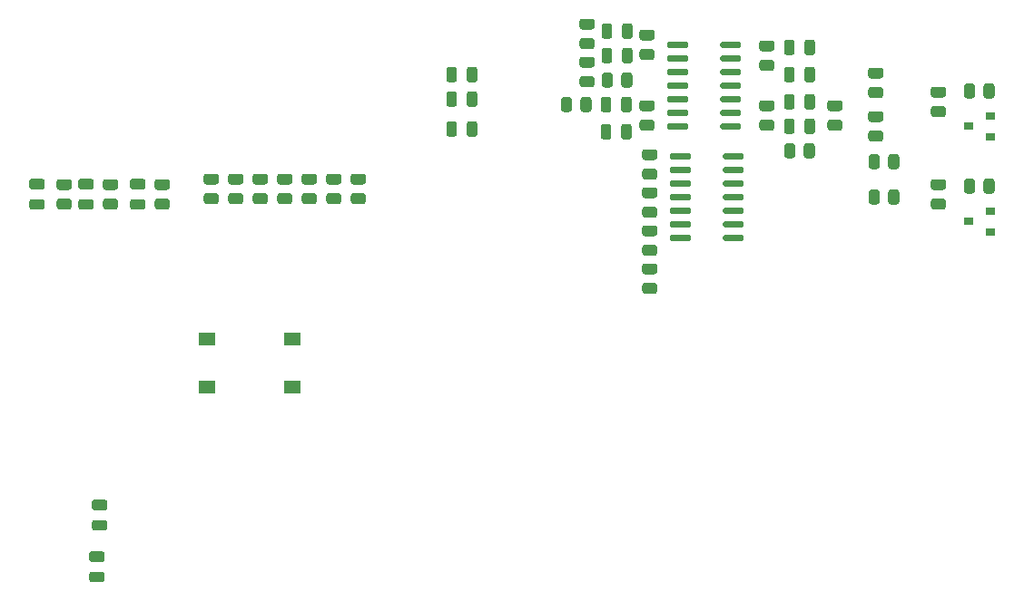
<source format=gbr>
%TF.GenerationSoftware,KiCad,Pcbnew,(5.1.9)-1*%
%TF.CreationDate,2021-09-01T12:14:14+02:00*%
%TF.ProjectId,scheda recinzione,73636865-6461-4207-9265-63696e7a696f,rev?*%
%TF.SameCoordinates,Original*%
%TF.FileFunction,Paste,Top*%
%TF.FilePolarity,Positive*%
%FSLAX46Y46*%
G04 Gerber Fmt 4.6, Leading zero omitted, Abs format (unit mm)*
G04 Created by KiCad (PCBNEW (5.1.9)-1) date 2021-09-01 12:14:14*
%MOMM*%
%LPD*%
G01*
G04 APERTURE LIST*
%ADD10R,1.550000X1.300000*%
%ADD11R,0.900000X0.800000*%
G04 APERTURE END LIST*
D10*
%TO.C,SW2*%
X202781000Y-117892000D03*
X202781000Y-122392000D03*
X210731000Y-122392000D03*
X210731000Y-117892000D03*
%TD*%
D11*
%TO.C,Q2*%
X273828000Y-98044000D03*
X275828000Y-97094000D03*
X275828000Y-98994000D03*
%TD*%
%TO.C,Q1*%
X273828000Y-106934000D03*
X275828000Y-105984000D03*
X275828000Y-107884000D03*
%TD*%
%TO.C,U3*%
G36*
G01*
X250928000Y-100988000D02*
X250928000Y-100688000D01*
G75*
G02*
X251078000Y-100538000I150000J0D01*
G01*
X252728000Y-100538000D01*
G75*
G02*
X252878000Y-100688000I0J-150000D01*
G01*
X252878000Y-100988000D01*
G75*
G02*
X252728000Y-101138000I-150000J0D01*
G01*
X251078000Y-101138000D01*
G75*
G02*
X250928000Y-100988000I0J150000D01*
G01*
G37*
G36*
G01*
X250928000Y-102258000D02*
X250928000Y-101958000D01*
G75*
G02*
X251078000Y-101808000I150000J0D01*
G01*
X252728000Y-101808000D01*
G75*
G02*
X252878000Y-101958000I0J-150000D01*
G01*
X252878000Y-102258000D01*
G75*
G02*
X252728000Y-102408000I-150000J0D01*
G01*
X251078000Y-102408000D01*
G75*
G02*
X250928000Y-102258000I0J150000D01*
G01*
G37*
G36*
G01*
X250928000Y-103528000D02*
X250928000Y-103228000D01*
G75*
G02*
X251078000Y-103078000I150000J0D01*
G01*
X252728000Y-103078000D01*
G75*
G02*
X252878000Y-103228000I0J-150000D01*
G01*
X252878000Y-103528000D01*
G75*
G02*
X252728000Y-103678000I-150000J0D01*
G01*
X251078000Y-103678000D01*
G75*
G02*
X250928000Y-103528000I0J150000D01*
G01*
G37*
G36*
G01*
X250928000Y-104798000D02*
X250928000Y-104498000D01*
G75*
G02*
X251078000Y-104348000I150000J0D01*
G01*
X252728000Y-104348000D01*
G75*
G02*
X252878000Y-104498000I0J-150000D01*
G01*
X252878000Y-104798000D01*
G75*
G02*
X252728000Y-104948000I-150000J0D01*
G01*
X251078000Y-104948000D01*
G75*
G02*
X250928000Y-104798000I0J150000D01*
G01*
G37*
G36*
G01*
X250928000Y-106068000D02*
X250928000Y-105768000D01*
G75*
G02*
X251078000Y-105618000I150000J0D01*
G01*
X252728000Y-105618000D01*
G75*
G02*
X252878000Y-105768000I0J-150000D01*
G01*
X252878000Y-106068000D01*
G75*
G02*
X252728000Y-106218000I-150000J0D01*
G01*
X251078000Y-106218000D01*
G75*
G02*
X250928000Y-106068000I0J150000D01*
G01*
G37*
G36*
G01*
X250928000Y-107338000D02*
X250928000Y-107038000D01*
G75*
G02*
X251078000Y-106888000I150000J0D01*
G01*
X252728000Y-106888000D01*
G75*
G02*
X252878000Y-107038000I0J-150000D01*
G01*
X252878000Y-107338000D01*
G75*
G02*
X252728000Y-107488000I-150000J0D01*
G01*
X251078000Y-107488000D01*
G75*
G02*
X250928000Y-107338000I0J150000D01*
G01*
G37*
G36*
G01*
X250928000Y-108608000D02*
X250928000Y-108308000D01*
G75*
G02*
X251078000Y-108158000I150000J0D01*
G01*
X252728000Y-108158000D01*
G75*
G02*
X252878000Y-108308000I0J-150000D01*
G01*
X252878000Y-108608000D01*
G75*
G02*
X252728000Y-108758000I-150000J0D01*
G01*
X251078000Y-108758000D01*
G75*
G02*
X250928000Y-108608000I0J150000D01*
G01*
G37*
G36*
G01*
X245978000Y-108608000D02*
X245978000Y-108308000D01*
G75*
G02*
X246128000Y-108158000I150000J0D01*
G01*
X247778000Y-108158000D01*
G75*
G02*
X247928000Y-108308000I0J-150000D01*
G01*
X247928000Y-108608000D01*
G75*
G02*
X247778000Y-108758000I-150000J0D01*
G01*
X246128000Y-108758000D01*
G75*
G02*
X245978000Y-108608000I0J150000D01*
G01*
G37*
G36*
G01*
X245978000Y-107338000D02*
X245978000Y-107038000D01*
G75*
G02*
X246128000Y-106888000I150000J0D01*
G01*
X247778000Y-106888000D01*
G75*
G02*
X247928000Y-107038000I0J-150000D01*
G01*
X247928000Y-107338000D01*
G75*
G02*
X247778000Y-107488000I-150000J0D01*
G01*
X246128000Y-107488000D01*
G75*
G02*
X245978000Y-107338000I0J150000D01*
G01*
G37*
G36*
G01*
X245978000Y-106068000D02*
X245978000Y-105768000D01*
G75*
G02*
X246128000Y-105618000I150000J0D01*
G01*
X247778000Y-105618000D01*
G75*
G02*
X247928000Y-105768000I0J-150000D01*
G01*
X247928000Y-106068000D01*
G75*
G02*
X247778000Y-106218000I-150000J0D01*
G01*
X246128000Y-106218000D01*
G75*
G02*
X245978000Y-106068000I0J150000D01*
G01*
G37*
G36*
G01*
X245978000Y-104798000D02*
X245978000Y-104498000D01*
G75*
G02*
X246128000Y-104348000I150000J0D01*
G01*
X247778000Y-104348000D01*
G75*
G02*
X247928000Y-104498000I0J-150000D01*
G01*
X247928000Y-104798000D01*
G75*
G02*
X247778000Y-104948000I-150000J0D01*
G01*
X246128000Y-104948000D01*
G75*
G02*
X245978000Y-104798000I0J150000D01*
G01*
G37*
G36*
G01*
X245978000Y-103528000D02*
X245978000Y-103228000D01*
G75*
G02*
X246128000Y-103078000I150000J0D01*
G01*
X247778000Y-103078000D01*
G75*
G02*
X247928000Y-103228000I0J-150000D01*
G01*
X247928000Y-103528000D01*
G75*
G02*
X247778000Y-103678000I-150000J0D01*
G01*
X246128000Y-103678000D01*
G75*
G02*
X245978000Y-103528000I0J150000D01*
G01*
G37*
G36*
G01*
X245978000Y-102258000D02*
X245978000Y-101958000D01*
G75*
G02*
X246128000Y-101808000I150000J0D01*
G01*
X247778000Y-101808000D01*
G75*
G02*
X247928000Y-101958000I0J-150000D01*
G01*
X247928000Y-102258000D01*
G75*
G02*
X247778000Y-102408000I-150000J0D01*
G01*
X246128000Y-102408000D01*
G75*
G02*
X245978000Y-102258000I0J150000D01*
G01*
G37*
G36*
G01*
X245978000Y-100988000D02*
X245978000Y-100688000D01*
G75*
G02*
X246128000Y-100538000I150000J0D01*
G01*
X247778000Y-100538000D01*
G75*
G02*
X247928000Y-100688000I0J-150000D01*
G01*
X247928000Y-100988000D01*
G75*
G02*
X247778000Y-101138000I-150000J0D01*
G01*
X246128000Y-101138000D01*
G75*
G02*
X245978000Y-100988000I0J150000D01*
G01*
G37*
%TD*%
%TO.C,U2*%
G36*
G01*
X250674000Y-90574000D02*
X250674000Y-90274000D01*
G75*
G02*
X250824000Y-90124000I150000J0D01*
G01*
X252474000Y-90124000D01*
G75*
G02*
X252624000Y-90274000I0J-150000D01*
G01*
X252624000Y-90574000D01*
G75*
G02*
X252474000Y-90724000I-150000J0D01*
G01*
X250824000Y-90724000D01*
G75*
G02*
X250674000Y-90574000I0J150000D01*
G01*
G37*
G36*
G01*
X250674000Y-91844000D02*
X250674000Y-91544000D01*
G75*
G02*
X250824000Y-91394000I150000J0D01*
G01*
X252474000Y-91394000D01*
G75*
G02*
X252624000Y-91544000I0J-150000D01*
G01*
X252624000Y-91844000D01*
G75*
G02*
X252474000Y-91994000I-150000J0D01*
G01*
X250824000Y-91994000D01*
G75*
G02*
X250674000Y-91844000I0J150000D01*
G01*
G37*
G36*
G01*
X250674000Y-93114000D02*
X250674000Y-92814000D01*
G75*
G02*
X250824000Y-92664000I150000J0D01*
G01*
X252474000Y-92664000D01*
G75*
G02*
X252624000Y-92814000I0J-150000D01*
G01*
X252624000Y-93114000D01*
G75*
G02*
X252474000Y-93264000I-150000J0D01*
G01*
X250824000Y-93264000D01*
G75*
G02*
X250674000Y-93114000I0J150000D01*
G01*
G37*
G36*
G01*
X250674000Y-94384000D02*
X250674000Y-94084000D01*
G75*
G02*
X250824000Y-93934000I150000J0D01*
G01*
X252474000Y-93934000D01*
G75*
G02*
X252624000Y-94084000I0J-150000D01*
G01*
X252624000Y-94384000D01*
G75*
G02*
X252474000Y-94534000I-150000J0D01*
G01*
X250824000Y-94534000D01*
G75*
G02*
X250674000Y-94384000I0J150000D01*
G01*
G37*
G36*
G01*
X250674000Y-95654000D02*
X250674000Y-95354000D01*
G75*
G02*
X250824000Y-95204000I150000J0D01*
G01*
X252474000Y-95204000D01*
G75*
G02*
X252624000Y-95354000I0J-150000D01*
G01*
X252624000Y-95654000D01*
G75*
G02*
X252474000Y-95804000I-150000J0D01*
G01*
X250824000Y-95804000D01*
G75*
G02*
X250674000Y-95654000I0J150000D01*
G01*
G37*
G36*
G01*
X250674000Y-96924000D02*
X250674000Y-96624000D01*
G75*
G02*
X250824000Y-96474000I150000J0D01*
G01*
X252474000Y-96474000D01*
G75*
G02*
X252624000Y-96624000I0J-150000D01*
G01*
X252624000Y-96924000D01*
G75*
G02*
X252474000Y-97074000I-150000J0D01*
G01*
X250824000Y-97074000D01*
G75*
G02*
X250674000Y-96924000I0J150000D01*
G01*
G37*
G36*
G01*
X250674000Y-98194000D02*
X250674000Y-97894000D01*
G75*
G02*
X250824000Y-97744000I150000J0D01*
G01*
X252474000Y-97744000D01*
G75*
G02*
X252624000Y-97894000I0J-150000D01*
G01*
X252624000Y-98194000D01*
G75*
G02*
X252474000Y-98344000I-150000J0D01*
G01*
X250824000Y-98344000D01*
G75*
G02*
X250674000Y-98194000I0J150000D01*
G01*
G37*
G36*
G01*
X245724000Y-98194000D02*
X245724000Y-97894000D01*
G75*
G02*
X245874000Y-97744000I150000J0D01*
G01*
X247524000Y-97744000D01*
G75*
G02*
X247674000Y-97894000I0J-150000D01*
G01*
X247674000Y-98194000D01*
G75*
G02*
X247524000Y-98344000I-150000J0D01*
G01*
X245874000Y-98344000D01*
G75*
G02*
X245724000Y-98194000I0J150000D01*
G01*
G37*
G36*
G01*
X245724000Y-96924000D02*
X245724000Y-96624000D01*
G75*
G02*
X245874000Y-96474000I150000J0D01*
G01*
X247524000Y-96474000D01*
G75*
G02*
X247674000Y-96624000I0J-150000D01*
G01*
X247674000Y-96924000D01*
G75*
G02*
X247524000Y-97074000I-150000J0D01*
G01*
X245874000Y-97074000D01*
G75*
G02*
X245724000Y-96924000I0J150000D01*
G01*
G37*
G36*
G01*
X245724000Y-95654000D02*
X245724000Y-95354000D01*
G75*
G02*
X245874000Y-95204000I150000J0D01*
G01*
X247524000Y-95204000D01*
G75*
G02*
X247674000Y-95354000I0J-150000D01*
G01*
X247674000Y-95654000D01*
G75*
G02*
X247524000Y-95804000I-150000J0D01*
G01*
X245874000Y-95804000D01*
G75*
G02*
X245724000Y-95654000I0J150000D01*
G01*
G37*
G36*
G01*
X245724000Y-94384000D02*
X245724000Y-94084000D01*
G75*
G02*
X245874000Y-93934000I150000J0D01*
G01*
X247524000Y-93934000D01*
G75*
G02*
X247674000Y-94084000I0J-150000D01*
G01*
X247674000Y-94384000D01*
G75*
G02*
X247524000Y-94534000I-150000J0D01*
G01*
X245874000Y-94534000D01*
G75*
G02*
X245724000Y-94384000I0J150000D01*
G01*
G37*
G36*
G01*
X245724000Y-93114000D02*
X245724000Y-92814000D01*
G75*
G02*
X245874000Y-92664000I150000J0D01*
G01*
X247524000Y-92664000D01*
G75*
G02*
X247674000Y-92814000I0J-150000D01*
G01*
X247674000Y-93114000D01*
G75*
G02*
X247524000Y-93264000I-150000J0D01*
G01*
X245874000Y-93264000D01*
G75*
G02*
X245724000Y-93114000I0J150000D01*
G01*
G37*
G36*
G01*
X245724000Y-91844000D02*
X245724000Y-91544000D01*
G75*
G02*
X245874000Y-91394000I150000J0D01*
G01*
X247524000Y-91394000D01*
G75*
G02*
X247674000Y-91544000I0J-150000D01*
G01*
X247674000Y-91844000D01*
G75*
G02*
X247524000Y-91994000I-150000J0D01*
G01*
X245874000Y-91994000D01*
G75*
G02*
X245724000Y-91844000I0J150000D01*
G01*
G37*
G36*
G01*
X245724000Y-90574000D02*
X245724000Y-90274000D01*
G75*
G02*
X245874000Y-90124000I150000J0D01*
G01*
X247524000Y-90124000D01*
G75*
G02*
X247674000Y-90274000I0J-150000D01*
G01*
X247674000Y-90574000D01*
G75*
G02*
X247524000Y-90724000I-150000J0D01*
G01*
X245874000Y-90724000D01*
G75*
G02*
X245724000Y-90574000I0J150000D01*
G01*
G37*
%TD*%
%TO.C,R33*%
G36*
G01*
X244544001Y-111868000D02*
X243643999Y-111868000D01*
G75*
G02*
X243394000Y-111618001I0J249999D01*
G01*
X243394000Y-111092999D01*
G75*
G02*
X243643999Y-110843000I249999J0D01*
G01*
X244544001Y-110843000D01*
G75*
G02*
X244794000Y-111092999I0J-249999D01*
G01*
X244794000Y-111618001D01*
G75*
G02*
X244544001Y-111868000I-249999J0D01*
G01*
G37*
G36*
G01*
X244544001Y-113693000D02*
X243643999Y-113693000D01*
G75*
G02*
X243394000Y-113443001I0J249999D01*
G01*
X243394000Y-112917999D01*
G75*
G02*
X243643999Y-112668000I249999J0D01*
G01*
X244544001Y-112668000D01*
G75*
G02*
X244794000Y-112917999I0J-249999D01*
G01*
X244794000Y-113443001D01*
G75*
G02*
X244544001Y-113693000I-249999J0D01*
G01*
G37*
%TD*%
%TO.C,R32*%
G36*
G01*
X243643999Y-105556000D02*
X244544001Y-105556000D01*
G75*
G02*
X244794000Y-105805999I0J-249999D01*
G01*
X244794000Y-106331001D01*
G75*
G02*
X244544001Y-106581000I-249999J0D01*
G01*
X243643999Y-106581000D01*
G75*
G02*
X243394000Y-106331001I0J249999D01*
G01*
X243394000Y-105805999D01*
G75*
G02*
X243643999Y-105556000I249999J0D01*
G01*
G37*
G36*
G01*
X243643999Y-103731000D02*
X244544001Y-103731000D01*
G75*
G02*
X244794000Y-103980999I0J-249999D01*
G01*
X244794000Y-104506001D01*
G75*
G02*
X244544001Y-104756000I-249999J0D01*
G01*
X243643999Y-104756000D01*
G75*
G02*
X243394000Y-104506001I0J249999D01*
G01*
X243394000Y-103980999D01*
G75*
G02*
X243643999Y-103731000I249999J0D01*
G01*
G37*
%TD*%
%TO.C,R31*%
G36*
G01*
X244544001Y-108312000D02*
X243643999Y-108312000D01*
G75*
G02*
X243394000Y-108062001I0J249999D01*
G01*
X243394000Y-107536999D01*
G75*
G02*
X243643999Y-107287000I249999J0D01*
G01*
X244544001Y-107287000D01*
G75*
G02*
X244794000Y-107536999I0J-249999D01*
G01*
X244794000Y-108062001D01*
G75*
G02*
X244544001Y-108312000I-249999J0D01*
G01*
G37*
G36*
G01*
X244544001Y-110137000D02*
X243643999Y-110137000D01*
G75*
G02*
X243394000Y-109887001I0J249999D01*
G01*
X243394000Y-109361999D01*
G75*
G02*
X243643999Y-109112000I249999J0D01*
G01*
X244544001Y-109112000D01*
G75*
G02*
X244794000Y-109361999I0J-249999D01*
G01*
X244794000Y-109887001D01*
G75*
G02*
X244544001Y-110137000I-249999J0D01*
G01*
G37*
%TD*%
%TO.C,R30*%
G36*
G01*
X244544001Y-101200000D02*
X243643999Y-101200000D01*
G75*
G02*
X243394000Y-100950001I0J249999D01*
G01*
X243394000Y-100424999D01*
G75*
G02*
X243643999Y-100175000I249999J0D01*
G01*
X244544001Y-100175000D01*
G75*
G02*
X244794000Y-100424999I0J-249999D01*
G01*
X244794000Y-100950001D01*
G75*
G02*
X244544001Y-101200000I-249999J0D01*
G01*
G37*
G36*
G01*
X244544001Y-103025000D02*
X243643999Y-103025000D01*
G75*
G02*
X243394000Y-102775001I0J249999D01*
G01*
X243394000Y-102249999D01*
G75*
G02*
X243643999Y-102000000I249999J0D01*
G01*
X244544001Y-102000000D01*
G75*
G02*
X244794000Y-102249999I0J-249999D01*
G01*
X244794000Y-102775001D01*
G75*
G02*
X244544001Y-103025000I-249999J0D01*
G01*
G37*
%TD*%
%TO.C,R29*%
G36*
G01*
X264725999Y-98444000D02*
X265626001Y-98444000D01*
G75*
G02*
X265876000Y-98693999I0J-249999D01*
G01*
X265876000Y-99219001D01*
G75*
G02*
X265626001Y-99469000I-249999J0D01*
G01*
X264725999Y-99469000D01*
G75*
G02*
X264476000Y-99219001I0J249999D01*
G01*
X264476000Y-98693999D01*
G75*
G02*
X264725999Y-98444000I249999J0D01*
G01*
G37*
G36*
G01*
X264725999Y-96619000D02*
X265626001Y-96619000D01*
G75*
G02*
X265876000Y-96868999I0J-249999D01*
G01*
X265876000Y-97394001D01*
G75*
G02*
X265626001Y-97644000I-249999J0D01*
G01*
X264725999Y-97644000D01*
G75*
G02*
X264476000Y-97394001I0J249999D01*
G01*
X264476000Y-96868999D01*
G75*
G02*
X264725999Y-96619000I249999J0D01*
G01*
G37*
%TD*%
%TO.C,R28*%
G36*
G01*
X264725999Y-94380000D02*
X265626001Y-94380000D01*
G75*
G02*
X265876000Y-94629999I0J-249999D01*
G01*
X265876000Y-95155001D01*
G75*
G02*
X265626001Y-95405000I-249999J0D01*
G01*
X264725999Y-95405000D01*
G75*
G02*
X264476000Y-95155001I0J249999D01*
G01*
X264476000Y-94629999D01*
G75*
G02*
X264725999Y-94380000I249999J0D01*
G01*
G37*
G36*
G01*
X264725999Y-92555000D02*
X265626001Y-92555000D01*
G75*
G02*
X265876000Y-92804999I0J-249999D01*
G01*
X265876000Y-93330001D01*
G75*
G02*
X265626001Y-93580000I-249999J0D01*
G01*
X264725999Y-93580000D01*
G75*
G02*
X264476000Y-93330001I0J249999D01*
G01*
X264476000Y-92804999D01*
G75*
G02*
X264725999Y-92555000I249999J0D01*
G01*
G37*
%TD*%
%TO.C,R27*%
G36*
G01*
X270567999Y-104794000D02*
X271468001Y-104794000D01*
G75*
G02*
X271718000Y-105043999I0J-249999D01*
G01*
X271718000Y-105569001D01*
G75*
G02*
X271468001Y-105819000I-249999J0D01*
G01*
X270567999Y-105819000D01*
G75*
G02*
X270318000Y-105569001I0J249999D01*
G01*
X270318000Y-105043999D01*
G75*
G02*
X270567999Y-104794000I249999J0D01*
G01*
G37*
G36*
G01*
X270567999Y-102969000D02*
X271468001Y-102969000D01*
G75*
G02*
X271718000Y-103218999I0J-249999D01*
G01*
X271718000Y-103744001D01*
G75*
G02*
X271468001Y-103994000I-249999J0D01*
G01*
X270567999Y-103994000D01*
G75*
G02*
X270318000Y-103744001I0J249999D01*
G01*
X270318000Y-103218999D01*
G75*
G02*
X270567999Y-102969000I249999J0D01*
G01*
G37*
%TD*%
%TO.C,R26*%
G36*
G01*
X270567999Y-96158000D02*
X271468001Y-96158000D01*
G75*
G02*
X271718000Y-96407999I0J-249999D01*
G01*
X271718000Y-96933001D01*
G75*
G02*
X271468001Y-97183000I-249999J0D01*
G01*
X270567999Y-97183000D01*
G75*
G02*
X270318000Y-96933001I0J249999D01*
G01*
X270318000Y-96407999D01*
G75*
G02*
X270567999Y-96158000I249999J0D01*
G01*
G37*
G36*
G01*
X270567999Y-94333000D02*
X271468001Y-94333000D01*
G75*
G02*
X271718000Y-94582999I0J-249999D01*
G01*
X271718000Y-95108001D01*
G75*
G02*
X271468001Y-95358000I-249999J0D01*
G01*
X270567999Y-95358000D01*
G75*
G02*
X270318000Y-95108001I0J249999D01*
G01*
X270318000Y-94582999D01*
G75*
G02*
X270567999Y-94333000I249999J0D01*
G01*
G37*
%TD*%
%TO.C,R24*%
G36*
G01*
X189033999Y-104794000D02*
X189934001Y-104794000D01*
G75*
G02*
X190184000Y-105043999I0J-249999D01*
G01*
X190184000Y-105569001D01*
G75*
G02*
X189934001Y-105819000I-249999J0D01*
G01*
X189033999Y-105819000D01*
G75*
G02*
X188784000Y-105569001I0J249999D01*
G01*
X188784000Y-105043999D01*
G75*
G02*
X189033999Y-104794000I249999J0D01*
G01*
G37*
G36*
G01*
X189033999Y-102969000D02*
X189934001Y-102969000D01*
G75*
G02*
X190184000Y-103218999I0J-249999D01*
G01*
X190184000Y-103744001D01*
G75*
G02*
X189934001Y-103994000I-249999J0D01*
G01*
X189033999Y-103994000D01*
G75*
G02*
X188784000Y-103744001I0J249999D01*
G01*
X188784000Y-103218999D01*
G75*
G02*
X189033999Y-102969000I249999J0D01*
G01*
G37*
%TD*%
%TO.C,R23*%
G36*
G01*
X216465999Y-104286000D02*
X217366001Y-104286000D01*
G75*
G02*
X217616000Y-104535999I0J-249999D01*
G01*
X217616000Y-105061001D01*
G75*
G02*
X217366001Y-105311000I-249999J0D01*
G01*
X216465999Y-105311000D01*
G75*
G02*
X216216000Y-105061001I0J249999D01*
G01*
X216216000Y-104535999D01*
G75*
G02*
X216465999Y-104286000I249999J0D01*
G01*
G37*
G36*
G01*
X216465999Y-102461000D02*
X217366001Y-102461000D01*
G75*
G02*
X217616000Y-102710999I0J-249999D01*
G01*
X217616000Y-103236001D01*
G75*
G02*
X217366001Y-103486000I-249999J0D01*
G01*
X216465999Y-103486000D01*
G75*
G02*
X216216000Y-103236001I0J249999D01*
G01*
X216216000Y-102710999D01*
G75*
G02*
X216465999Y-102461000I249999J0D01*
G01*
G37*
%TD*%
%TO.C,R22*%
G36*
G01*
X193351999Y-104794000D02*
X194252001Y-104794000D01*
G75*
G02*
X194502000Y-105043999I0J-249999D01*
G01*
X194502000Y-105569001D01*
G75*
G02*
X194252001Y-105819000I-249999J0D01*
G01*
X193351999Y-105819000D01*
G75*
G02*
X193102000Y-105569001I0J249999D01*
G01*
X193102000Y-105043999D01*
G75*
G02*
X193351999Y-104794000I249999J0D01*
G01*
G37*
G36*
G01*
X193351999Y-102969000D02*
X194252001Y-102969000D01*
G75*
G02*
X194502000Y-103218999I0J-249999D01*
G01*
X194502000Y-103744001D01*
G75*
G02*
X194252001Y-103994000I-249999J0D01*
G01*
X193351999Y-103994000D01*
G75*
G02*
X193102000Y-103744001I0J249999D01*
G01*
X193102000Y-103218999D01*
G75*
G02*
X193351999Y-102969000I249999J0D01*
G01*
G37*
%TD*%
%TO.C,R21*%
G36*
G01*
X214179999Y-104286000D02*
X215080001Y-104286000D01*
G75*
G02*
X215330000Y-104535999I0J-249999D01*
G01*
X215330000Y-105061001D01*
G75*
G02*
X215080001Y-105311000I-249999J0D01*
G01*
X214179999Y-105311000D01*
G75*
G02*
X213930000Y-105061001I0J249999D01*
G01*
X213930000Y-104535999D01*
G75*
G02*
X214179999Y-104286000I249999J0D01*
G01*
G37*
G36*
G01*
X214179999Y-102461000D02*
X215080001Y-102461000D01*
G75*
G02*
X215330000Y-102710999I0J-249999D01*
G01*
X215330000Y-103236001D01*
G75*
G02*
X215080001Y-103486000I-249999J0D01*
G01*
X214179999Y-103486000D01*
G75*
G02*
X213930000Y-103236001I0J249999D01*
G01*
X213930000Y-102710999D01*
G75*
G02*
X214179999Y-102461000I249999J0D01*
G01*
G37*
%TD*%
%TO.C,R20*%
G36*
G01*
X198177999Y-104794000D02*
X199078001Y-104794000D01*
G75*
G02*
X199328000Y-105043999I0J-249999D01*
G01*
X199328000Y-105569001D01*
G75*
G02*
X199078001Y-105819000I-249999J0D01*
G01*
X198177999Y-105819000D01*
G75*
G02*
X197928000Y-105569001I0J249999D01*
G01*
X197928000Y-105043999D01*
G75*
G02*
X198177999Y-104794000I249999J0D01*
G01*
G37*
G36*
G01*
X198177999Y-102969000D02*
X199078001Y-102969000D01*
G75*
G02*
X199328000Y-103218999I0J-249999D01*
G01*
X199328000Y-103744001D01*
G75*
G02*
X199078001Y-103994000I-249999J0D01*
G01*
X198177999Y-103994000D01*
G75*
G02*
X197928000Y-103744001I0J249999D01*
G01*
X197928000Y-103218999D01*
G75*
G02*
X198177999Y-102969000I249999J0D01*
G01*
G37*
%TD*%
%TO.C,R19*%
G36*
G01*
X211893999Y-104286000D02*
X212794001Y-104286000D01*
G75*
G02*
X213044000Y-104535999I0J-249999D01*
G01*
X213044000Y-105061001D01*
G75*
G02*
X212794001Y-105311000I-249999J0D01*
G01*
X211893999Y-105311000D01*
G75*
G02*
X211644000Y-105061001I0J249999D01*
G01*
X211644000Y-104535999D01*
G75*
G02*
X211893999Y-104286000I249999J0D01*
G01*
G37*
G36*
G01*
X211893999Y-102461000D02*
X212794001Y-102461000D01*
G75*
G02*
X213044000Y-102710999I0J-249999D01*
G01*
X213044000Y-103236001D01*
G75*
G02*
X212794001Y-103486000I-249999J0D01*
G01*
X211893999Y-103486000D01*
G75*
G02*
X211644000Y-103236001I0J249999D01*
G01*
X211644000Y-102710999D01*
G75*
G02*
X211893999Y-102461000I249999J0D01*
G01*
G37*
%TD*%
%TO.C,R18*%
G36*
G01*
X209607999Y-104286000D02*
X210508001Y-104286000D01*
G75*
G02*
X210758000Y-104535999I0J-249999D01*
G01*
X210758000Y-105061001D01*
G75*
G02*
X210508001Y-105311000I-249999J0D01*
G01*
X209607999Y-105311000D01*
G75*
G02*
X209358000Y-105061001I0J249999D01*
G01*
X209358000Y-104535999D01*
G75*
G02*
X209607999Y-104286000I249999J0D01*
G01*
G37*
G36*
G01*
X209607999Y-102461000D02*
X210508001Y-102461000D01*
G75*
G02*
X210758000Y-102710999I0J-249999D01*
G01*
X210758000Y-103236001D01*
G75*
G02*
X210508001Y-103486000I-249999J0D01*
G01*
X209607999Y-103486000D01*
G75*
G02*
X209358000Y-103236001I0J249999D01*
G01*
X209358000Y-102710999D01*
G75*
G02*
X209607999Y-102461000I249999J0D01*
G01*
G37*
%TD*%
%TO.C,R17*%
G36*
G01*
X207321999Y-104286000D02*
X208222001Y-104286000D01*
G75*
G02*
X208472000Y-104535999I0J-249999D01*
G01*
X208472000Y-105061001D01*
G75*
G02*
X208222001Y-105311000I-249999J0D01*
G01*
X207321999Y-105311000D01*
G75*
G02*
X207072000Y-105061001I0J249999D01*
G01*
X207072000Y-104535999D01*
G75*
G02*
X207321999Y-104286000I249999J0D01*
G01*
G37*
G36*
G01*
X207321999Y-102461000D02*
X208222001Y-102461000D01*
G75*
G02*
X208472000Y-102710999I0J-249999D01*
G01*
X208472000Y-103236001D01*
G75*
G02*
X208222001Y-103486000I-249999J0D01*
G01*
X207321999Y-103486000D01*
G75*
G02*
X207072000Y-103236001I0J249999D01*
G01*
X207072000Y-102710999D01*
G75*
G02*
X207321999Y-102461000I249999J0D01*
G01*
G37*
%TD*%
%TO.C,R16*%
G36*
G01*
X205035999Y-104286000D02*
X205936001Y-104286000D01*
G75*
G02*
X206186000Y-104535999I0J-249999D01*
G01*
X206186000Y-105061001D01*
G75*
G02*
X205936001Y-105311000I-249999J0D01*
G01*
X205035999Y-105311000D01*
G75*
G02*
X204786000Y-105061001I0J249999D01*
G01*
X204786000Y-104535999D01*
G75*
G02*
X205035999Y-104286000I249999J0D01*
G01*
G37*
G36*
G01*
X205035999Y-102461000D02*
X205936001Y-102461000D01*
G75*
G02*
X206186000Y-102710999I0J-249999D01*
G01*
X206186000Y-103236001D01*
G75*
G02*
X205936001Y-103486000I-249999J0D01*
G01*
X205035999Y-103486000D01*
G75*
G02*
X204786000Y-103236001I0J249999D01*
G01*
X204786000Y-102710999D01*
G75*
G02*
X205035999Y-102461000I249999J0D01*
G01*
G37*
%TD*%
%TO.C,R15*%
G36*
G01*
X202749999Y-104286000D02*
X203650001Y-104286000D01*
G75*
G02*
X203900000Y-104535999I0J-249999D01*
G01*
X203900000Y-105061001D01*
G75*
G02*
X203650001Y-105311000I-249999J0D01*
G01*
X202749999Y-105311000D01*
G75*
G02*
X202500000Y-105061001I0J249999D01*
G01*
X202500000Y-104535999D01*
G75*
G02*
X202749999Y-104286000I249999J0D01*
G01*
G37*
G36*
G01*
X202749999Y-102461000D02*
X203650001Y-102461000D01*
G75*
G02*
X203900000Y-102710999I0J-249999D01*
G01*
X203900000Y-103236001D01*
G75*
G02*
X203650001Y-103486000I-249999J0D01*
G01*
X202749999Y-103486000D01*
G75*
G02*
X202500000Y-103236001I0J249999D01*
G01*
X202500000Y-102710999D01*
G75*
G02*
X202749999Y-102461000I249999J0D01*
G01*
G37*
%TD*%
%TO.C,R14*%
G36*
G01*
X254565999Y-91840000D02*
X255466001Y-91840000D01*
G75*
G02*
X255716000Y-92089999I0J-249999D01*
G01*
X255716000Y-92615001D01*
G75*
G02*
X255466001Y-92865000I-249999J0D01*
G01*
X254565999Y-92865000D01*
G75*
G02*
X254316000Y-92615001I0J249999D01*
G01*
X254316000Y-92089999D01*
G75*
G02*
X254565999Y-91840000I249999J0D01*
G01*
G37*
G36*
G01*
X254565999Y-90015000D02*
X255466001Y-90015000D01*
G75*
G02*
X255716000Y-90264999I0J-249999D01*
G01*
X255716000Y-90790001D01*
G75*
G02*
X255466001Y-91040000I-249999J0D01*
G01*
X254565999Y-91040000D01*
G75*
G02*
X254316000Y-90790001I0J249999D01*
G01*
X254316000Y-90264999D01*
G75*
G02*
X254565999Y-90015000I249999J0D01*
G01*
G37*
%TD*%
%TO.C,R13*%
G36*
G01*
X266338000Y-105098001D02*
X266338000Y-104197999D01*
G75*
G02*
X266587999Y-103948000I249999J0D01*
G01*
X267113001Y-103948000D01*
G75*
G02*
X267363000Y-104197999I0J-249999D01*
G01*
X267363000Y-105098001D01*
G75*
G02*
X267113001Y-105348000I-249999J0D01*
G01*
X266587999Y-105348000D01*
G75*
G02*
X266338000Y-105098001I0J249999D01*
G01*
G37*
G36*
G01*
X264513000Y-105098001D02*
X264513000Y-104197999D01*
G75*
G02*
X264762999Y-103948000I249999J0D01*
G01*
X265288001Y-103948000D01*
G75*
G02*
X265538000Y-104197999I0J-249999D01*
G01*
X265538000Y-105098001D01*
G75*
G02*
X265288001Y-105348000I-249999J0D01*
G01*
X264762999Y-105348000D01*
G75*
G02*
X264513000Y-105098001I0J249999D01*
G01*
G37*
%TD*%
%TO.C,R12*%
G36*
G01*
X265538000Y-100895999D02*
X265538000Y-101796001D01*
G75*
G02*
X265288001Y-102046000I-249999J0D01*
G01*
X264762999Y-102046000D01*
G75*
G02*
X264513000Y-101796001I0J249999D01*
G01*
X264513000Y-100895999D01*
G75*
G02*
X264762999Y-100646000I249999J0D01*
G01*
X265288001Y-100646000D01*
G75*
G02*
X265538000Y-100895999I0J-249999D01*
G01*
G37*
G36*
G01*
X267363000Y-100895999D02*
X267363000Y-101796001D01*
G75*
G02*
X267113001Y-102046000I-249999J0D01*
G01*
X266587999Y-102046000D01*
G75*
G02*
X266338000Y-101796001I0J249999D01*
G01*
X266338000Y-100895999D01*
G75*
G02*
X266587999Y-100646000I249999J0D01*
G01*
X267113001Y-100646000D01*
G75*
G02*
X267363000Y-100895999I0J-249999D01*
G01*
G37*
%TD*%
%TO.C,R11*%
G36*
G01*
X255466001Y-96628000D02*
X254565999Y-96628000D01*
G75*
G02*
X254316000Y-96378001I0J249999D01*
G01*
X254316000Y-95852999D01*
G75*
G02*
X254565999Y-95603000I249999J0D01*
G01*
X255466001Y-95603000D01*
G75*
G02*
X255716000Y-95852999I0J-249999D01*
G01*
X255716000Y-96378001D01*
G75*
G02*
X255466001Y-96628000I-249999J0D01*
G01*
G37*
G36*
G01*
X255466001Y-98453000D02*
X254565999Y-98453000D01*
G75*
G02*
X254316000Y-98203001I0J249999D01*
G01*
X254316000Y-97677999D01*
G75*
G02*
X254565999Y-97428000I249999J0D01*
G01*
X255466001Y-97428000D01*
G75*
G02*
X255716000Y-97677999I0J-249999D01*
G01*
X255716000Y-98203001D01*
G75*
G02*
X255466001Y-98453000I-249999J0D01*
G01*
G37*
%TD*%
%TO.C,R10*%
G36*
G01*
X261816001Y-96628000D02*
X260915999Y-96628000D01*
G75*
G02*
X260666000Y-96378001I0J249999D01*
G01*
X260666000Y-95852999D01*
G75*
G02*
X260915999Y-95603000I249999J0D01*
G01*
X261816001Y-95603000D01*
G75*
G02*
X262066000Y-95852999I0J-249999D01*
G01*
X262066000Y-96378001D01*
G75*
G02*
X261816001Y-96628000I-249999J0D01*
G01*
G37*
G36*
G01*
X261816001Y-98453000D02*
X260915999Y-98453000D01*
G75*
G02*
X260666000Y-98203001I0J249999D01*
G01*
X260666000Y-97677999D01*
G75*
G02*
X260915999Y-97428000I249999J0D01*
G01*
X261816001Y-97428000D01*
G75*
G02*
X262066000Y-97677999I0J-249999D01*
G01*
X262066000Y-98203001D01*
G75*
G02*
X261816001Y-98453000I-249999J0D01*
G01*
G37*
%TD*%
%TO.C,R9*%
G36*
G01*
X274428000Y-94291999D02*
X274428000Y-95192001D01*
G75*
G02*
X274178001Y-95442000I-249999J0D01*
G01*
X273652999Y-95442000D01*
G75*
G02*
X273403000Y-95192001I0J249999D01*
G01*
X273403000Y-94291999D01*
G75*
G02*
X273652999Y-94042000I249999J0D01*
G01*
X274178001Y-94042000D01*
G75*
G02*
X274428000Y-94291999I0J-249999D01*
G01*
G37*
G36*
G01*
X276253000Y-94291999D02*
X276253000Y-95192001D01*
G75*
G02*
X276003001Y-95442000I-249999J0D01*
G01*
X275477999Y-95442000D01*
G75*
G02*
X275228000Y-95192001I0J249999D01*
G01*
X275228000Y-94291999D01*
G75*
G02*
X275477999Y-94042000I249999J0D01*
G01*
X276003001Y-94042000D01*
G75*
G02*
X276253000Y-94291999I0J-249999D01*
G01*
G37*
%TD*%
%TO.C,R8*%
G36*
G01*
X244290001Y-96628000D02*
X243389999Y-96628000D01*
G75*
G02*
X243140000Y-96378001I0J249999D01*
G01*
X243140000Y-95852999D01*
G75*
G02*
X243389999Y-95603000I249999J0D01*
G01*
X244290001Y-95603000D01*
G75*
G02*
X244540000Y-95852999I0J-249999D01*
G01*
X244540000Y-96378001D01*
G75*
G02*
X244290001Y-96628000I-249999J0D01*
G01*
G37*
G36*
G01*
X244290001Y-98453000D02*
X243389999Y-98453000D01*
G75*
G02*
X243140000Y-98203001I0J249999D01*
G01*
X243140000Y-97677999D01*
G75*
G02*
X243389999Y-97428000I249999J0D01*
G01*
X244290001Y-97428000D01*
G75*
G02*
X244540000Y-97677999I0J-249999D01*
G01*
X244540000Y-98203001D01*
G75*
G02*
X244290001Y-98453000I-249999J0D01*
G01*
G37*
%TD*%
%TO.C,R7*%
G36*
G01*
X257664000Y-99879999D02*
X257664000Y-100780001D01*
G75*
G02*
X257414001Y-101030000I-249999J0D01*
G01*
X256888999Y-101030000D01*
G75*
G02*
X256639000Y-100780001I0J249999D01*
G01*
X256639000Y-99879999D01*
G75*
G02*
X256888999Y-99630000I249999J0D01*
G01*
X257414001Y-99630000D01*
G75*
G02*
X257664000Y-99879999I0J-249999D01*
G01*
G37*
G36*
G01*
X259489000Y-99879999D02*
X259489000Y-100780001D01*
G75*
G02*
X259239001Y-101030000I-249999J0D01*
G01*
X258713999Y-101030000D01*
G75*
G02*
X258464000Y-100780001I0J249999D01*
G01*
X258464000Y-99879999D01*
G75*
G02*
X258713999Y-99630000I249999J0D01*
G01*
X259239001Y-99630000D01*
G75*
G02*
X259489000Y-99879999I0J-249999D01*
G01*
G37*
%TD*%
%TO.C,R6*%
G36*
G01*
X236836000Y-95561999D02*
X236836000Y-96462001D01*
G75*
G02*
X236586001Y-96712000I-249999J0D01*
G01*
X236060999Y-96712000D01*
G75*
G02*
X235811000Y-96462001I0J249999D01*
G01*
X235811000Y-95561999D01*
G75*
G02*
X236060999Y-95312000I249999J0D01*
G01*
X236586001Y-95312000D01*
G75*
G02*
X236836000Y-95561999I0J-249999D01*
G01*
G37*
G36*
G01*
X238661000Y-95561999D02*
X238661000Y-96462001D01*
G75*
G02*
X238411001Y-96712000I-249999J0D01*
G01*
X237885999Y-96712000D01*
G75*
G02*
X237636000Y-96462001I0J249999D01*
G01*
X237636000Y-95561999D01*
G75*
G02*
X237885999Y-95312000I249999J0D01*
G01*
X238411001Y-95312000D01*
G75*
G02*
X238661000Y-95561999I0J-249999D01*
G01*
G37*
%TD*%
%TO.C,R5*%
G36*
G01*
X238702001Y-89008000D02*
X237801999Y-89008000D01*
G75*
G02*
X237552000Y-88758001I0J249999D01*
G01*
X237552000Y-88232999D01*
G75*
G02*
X237801999Y-87983000I249999J0D01*
G01*
X238702001Y-87983000D01*
G75*
G02*
X238952000Y-88232999I0J-249999D01*
G01*
X238952000Y-88758001D01*
G75*
G02*
X238702001Y-89008000I-249999J0D01*
G01*
G37*
G36*
G01*
X238702001Y-90833000D02*
X237801999Y-90833000D01*
G75*
G02*
X237552000Y-90583001I0J249999D01*
G01*
X237552000Y-90057999D01*
G75*
G02*
X237801999Y-89808000I249999J0D01*
G01*
X238702001Y-89808000D01*
G75*
G02*
X238952000Y-90057999I0J-249999D01*
G01*
X238952000Y-90583001D01*
G75*
G02*
X238702001Y-90833000I-249999J0D01*
G01*
G37*
%TD*%
%TO.C,R4*%
G36*
G01*
X243389999Y-90824000D02*
X244290001Y-90824000D01*
G75*
G02*
X244540000Y-91073999I0J-249999D01*
G01*
X244540000Y-91599001D01*
G75*
G02*
X244290001Y-91849000I-249999J0D01*
G01*
X243389999Y-91849000D01*
G75*
G02*
X243140000Y-91599001I0J249999D01*
G01*
X243140000Y-91073999D01*
G75*
G02*
X243389999Y-90824000I249999J0D01*
G01*
G37*
G36*
G01*
X243389999Y-88999000D02*
X244290001Y-88999000D01*
G75*
G02*
X244540000Y-89248999I0J-249999D01*
G01*
X244540000Y-89774001D01*
G75*
G02*
X244290001Y-90024000I-249999J0D01*
G01*
X243389999Y-90024000D01*
G75*
G02*
X243140000Y-89774001I0J249999D01*
G01*
X243140000Y-89248999D01*
G75*
G02*
X243389999Y-88999000I249999J0D01*
G01*
G37*
%TD*%
%TO.C,R3*%
G36*
G01*
X274428000Y-103181999D02*
X274428000Y-104082001D01*
G75*
G02*
X274178001Y-104332000I-249999J0D01*
G01*
X273652999Y-104332000D01*
G75*
G02*
X273403000Y-104082001I0J249999D01*
G01*
X273403000Y-103181999D01*
G75*
G02*
X273652999Y-102932000I249999J0D01*
G01*
X274178001Y-102932000D01*
G75*
G02*
X274428000Y-103181999I0J-249999D01*
G01*
G37*
G36*
G01*
X276253000Y-103181999D02*
X276253000Y-104082001D01*
G75*
G02*
X276003001Y-104332000I-249999J0D01*
G01*
X275477999Y-104332000D01*
G75*
G02*
X275228000Y-104082001I0J249999D01*
G01*
X275228000Y-103181999D01*
G75*
G02*
X275477999Y-102932000I249999J0D01*
G01*
X276003001Y-102932000D01*
G75*
G02*
X276253000Y-103181999I0J-249999D01*
G01*
G37*
%TD*%
%TO.C,R2*%
G36*
G01*
X238702001Y-92564000D02*
X237801999Y-92564000D01*
G75*
G02*
X237552000Y-92314001I0J249999D01*
G01*
X237552000Y-91788999D01*
G75*
G02*
X237801999Y-91539000I249999J0D01*
G01*
X238702001Y-91539000D01*
G75*
G02*
X238952000Y-91788999I0J-249999D01*
G01*
X238952000Y-92314001D01*
G75*
G02*
X238702001Y-92564000I-249999J0D01*
G01*
G37*
G36*
G01*
X238702001Y-94389000D02*
X237801999Y-94389000D01*
G75*
G02*
X237552000Y-94139001I0J249999D01*
G01*
X237552000Y-93613999D01*
G75*
G02*
X237801999Y-93364000I249999J0D01*
G01*
X238702001Y-93364000D01*
G75*
G02*
X238952000Y-93613999I0J-249999D01*
G01*
X238952000Y-94139001D01*
G75*
G02*
X238702001Y-94389000I-249999J0D01*
G01*
G37*
%TD*%
%TO.C,R1*%
G36*
G01*
X241446000Y-94176001D02*
X241446000Y-93275999D01*
G75*
G02*
X241695999Y-93026000I249999J0D01*
G01*
X242221001Y-93026000D01*
G75*
G02*
X242471000Y-93275999I0J-249999D01*
G01*
X242471000Y-94176001D01*
G75*
G02*
X242221001Y-94426000I-249999J0D01*
G01*
X241695999Y-94426000D01*
G75*
G02*
X241446000Y-94176001I0J249999D01*
G01*
G37*
G36*
G01*
X239621000Y-94176001D02*
X239621000Y-93275999D01*
G75*
G02*
X239870999Y-93026000I249999J0D01*
G01*
X240396001Y-93026000D01*
G75*
G02*
X240646000Y-93275999I0J-249999D01*
G01*
X240646000Y-94176001D01*
G75*
G02*
X240396001Y-94426000I-249999J0D01*
G01*
X239870999Y-94426000D01*
G75*
G02*
X239621000Y-94176001I0J249999D01*
G01*
G37*
%TD*%
%TO.C,C18*%
G36*
G01*
X186469000Y-104844000D02*
X187419000Y-104844000D01*
G75*
G02*
X187669000Y-105094000I0J-250000D01*
G01*
X187669000Y-105594000D01*
G75*
G02*
X187419000Y-105844000I-250000J0D01*
G01*
X186469000Y-105844000D01*
G75*
G02*
X186219000Y-105594000I0J250000D01*
G01*
X186219000Y-105094000D01*
G75*
G02*
X186469000Y-104844000I250000J0D01*
G01*
G37*
G36*
G01*
X186469000Y-102944000D02*
X187419000Y-102944000D01*
G75*
G02*
X187669000Y-103194000I0J-250000D01*
G01*
X187669000Y-103694000D01*
G75*
G02*
X187419000Y-103944000I-250000J0D01*
G01*
X186469000Y-103944000D01*
G75*
G02*
X186219000Y-103694000I0J250000D01*
G01*
X186219000Y-103194000D01*
G75*
G02*
X186469000Y-102944000I250000J0D01*
G01*
G37*
%TD*%
%TO.C,C17*%
G36*
G01*
X191041000Y-104844000D02*
X191991000Y-104844000D01*
G75*
G02*
X192241000Y-105094000I0J-250000D01*
G01*
X192241000Y-105594000D01*
G75*
G02*
X191991000Y-105844000I-250000J0D01*
G01*
X191041000Y-105844000D01*
G75*
G02*
X190791000Y-105594000I0J250000D01*
G01*
X190791000Y-105094000D01*
G75*
G02*
X191041000Y-104844000I250000J0D01*
G01*
G37*
G36*
G01*
X191041000Y-102944000D02*
X191991000Y-102944000D01*
G75*
G02*
X192241000Y-103194000I0J-250000D01*
G01*
X192241000Y-103694000D01*
G75*
G02*
X191991000Y-103944000I-250000J0D01*
G01*
X191041000Y-103944000D01*
G75*
G02*
X190791000Y-103694000I0J250000D01*
G01*
X190791000Y-103194000D01*
G75*
G02*
X191041000Y-102944000I250000J0D01*
G01*
G37*
%TD*%
%TO.C,C16*%
G36*
G01*
X196817000Y-103944000D02*
X195867000Y-103944000D01*
G75*
G02*
X195617000Y-103694000I0J250000D01*
G01*
X195617000Y-103194000D01*
G75*
G02*
X195867000Y-102944000I250000J0D01*
G01*
X196817000Y-102944000D01*
G75*
G02*
X197067000Y-103194000I0J-250000D01*
G01*
X197067000Y-103694000D01*
G75*
G02*
X196817000Y-103944000I-250000J0D01*
G01*
G37*
G36*
G01*
X196817000Y-105844000D02*
X195867000Y-105844000D01*
G75*
G02*
X195617000Y-105594000I0J250000D01*
G01*
X195617000Y-105094000D01*
G75*
G02*
X195867000Y-104844000I250000J0D01*
G01*
X196817000Y-104844000D01*
G75*
G02*
X197067000Y-105094000I0J-250000D01*
G01*
X197067000Y-105594000D01*
G75*
G02*
X196817000Y-105844000I-250000J0D01*
G01*
G37*
%TD*%
%TO.C,C15*%
G36*
G01*
X227018000Y-98773000D02*
X227018000Y-97823000D01*
G75*
G02*
X227268000Y-97573000I250000J0D01*
G01*
X227768000Y-97573000D01*
G75*
G02*
X228018000Y-97823000I0J-250000D01*
G01*
X228018000Y-98773000D01*
G75*
G02*
X227768000Y-99023000I-250000J0D01*
G01*
X227268000Y-99023000D01*
G75*
G02*
X227018000Y-98773000I0J250000D01*
G01*
G37*
G36*
G01*
X225118000Y-98773000D02*
X225118000Y-97823000D01*
G75*
G02*
X225368000Y-97573000I250000J0D01*
G01*
X225868000Y-97573000D01*
G75*
G02*
X226118000Y-97823000I0J-250000D01*
G01*
X226118000Y-98773000D01*
G75*
G02*
X225868000Y-99023000I-250000J0D01*
G01*
X225368000Y-99023000D01*
G75*
G02*
X225118000Y-98773000I0J250000D01*
G01*
G37*
%TD*%
%TO.C,C14*%
G36*
G01*
X227018000Y-93693000D02*
X227018000Y-92743000D01*
G75*
G02*
X227268000Y-92493000I250000J0D01*
G01*
X227768000Y-92493000D01*
G75*
G02*
X228018000Y-92743000I0J-250000D01*
G01*
X228018000Y-93693000D01*
G75*
G02*
X227768000Y-93943000I-250000J0D01*
G01*
X227268000Y-93943000D01*
G75*
G02*
X227018000Y-93693000I0J250000D01*
G01*
G37*
G36*
G01*
X225118000Y-93693000D02*
X225118000Y-92743000D01*
G75*
G02*
X225368000Y-92493000I250000J0D01*
G01*
X225868000Y-92493000D01*
G75*
G02*
X226118000Y-92743000I0J-250000D01*
G01*
X226118000Y-93693000D01*
G75*
G02*
X225868000Y-93943000I-250000J0D01*
G01*
X225368000Y-93943000D01*
G75*
G02*
X225118000Y-93693000I0J250000D01*
G01*
G37*
%TD*%
%TO.C,C11*%
G36*
G01*
X258514000Y-91153000D02*
X258514000Y-90203000D01*
G75*
G02*
X258764000Y-89953000I250000J0D01*
G01*
X259264000Y-89953000D01*
G75*
G02*
X259514000Y-90203000I0J-250000D01*
G01*
X259514000Y-91153000D01*
G75*
G02*
X259264000Y-91403000I-250000J0D01*
G01*
X258764000Y-91403000D01*
G75*
G02*
X258514000Y-91153000I0J250000D01*
G01*
G37*
G36*
G01*
X256614000Y-91153000D02*
X256614000Y-90203000D01*
G75*
G02*
X256864000Y-89953000I250000J0D01*
G01*
X257364000Y-89953000D01*
G75*
G02*
X257614000Y-90203000I0J-250000D01*
G01*
X257614000Y-91153000D01*
G75*
G02*
X257364000Y-91403000I-250000J0D01*
G01*
X256864000Y-91403000D01*
G75*
G02*
X256614000Y-91153000I0J250000D01*
G01*
G37*
%TD*%
%TO.C,C10*%
G36*
G01*
X258514000Y-93693000D02*
X258514000Y-92743000D01*
G75*
G02*
X258764000Y-92493000I250000J0D01*
G01*
X259264000Y-92493000D01*
G75*
G02*
X259514000Y-92743000I0J-250000D01*
G01*
X259514000Y-93693000D01*
G75*
G02*
X259264000Y-93943000I-250000J0D01*
G01*
X258764000Y-93943000D01*
G75*
G02*
X258514000Y-93693000I0J250000D01*
G01*
G37*
G36*
G01*
X256614000Y-93693000D02*
X256614000Y-92743000D01*
G75*
G02*
X256864000Y-92493000I250000J0D01*
G01*
X257364000Y-92493000D01*
G75*
G02*
X257614000Y-92743000I0J-250000D01*
G01*
X257614000Y-93693000D01*
G75*
G02*
X257364000Y-93943000I-250000J0D01*
G01*
X256864000Y-93943000D01*
G75*
G02*
X256614000Y-93693000I0J250000D01*
G01*
G37*
%TD*%
%TO.C,C9*%
G36*
G01*
X258514000Y-98519000D02*
X258514000Y-97569000D01*
G75*
G02*
X258764000Y-97319000I250000J0D01*
G01*
X259264000Y-97319000D01*
G75*
G02*
X259514000Y-97569000I0J-250000D01*
G01*
X259514000Y-98519000D01*
G75*
G02*
X259264000Y-98769000I-250000J0D01*
G01*
X258764000Y-98769000D01*
G75*
G02*
X258514000Y-98519000I0J250000D01*
G01*
G37*
G36*
G01*
X256614000Y-98519000D02*
X256614000Y-97569000D01*
G75*
G02*
X256864000Y-97319000I250000J0D01*
G01*
X257364000Y-97319000D01*
G75*
G02*
X257614000Y-97569000I0J-250000D01*
G01*
X257614000Y-98519000D01*
G75*
G02*
X257364000Y-98769000I-250000J0D01*
G01*
X256864000Y-98769000D01*
G75*
G02*
X256614000Y-98519000I0J250000D01*
G01*
G37*
%TD*%
%TO.C,C8*%
G36*
G01*
X258514000Y-96233000D02*
X258514000Y-95283000D01*
G75*
G02*
X258764000Y-95033000I250000J0D01*
G01*
X259264000Y-95033000D01*
G75*
G02*
X259514000Y-95283000I0J-250000D01*
G01*
X259514000Y-96233000D01*
G75*
G02*
X259264000Y-96483000I-250000J0D01*
G01*
X258764000Y-96483000D01*
G75*
G02*
X258514000Y-96233000I0J250000D01*
G01*
G37*
G36*
G01*
X256614000Y-96233000D02*
X256614000Y-95283000D01*
G75*
G02*
X256864000Y-95033000I250000J0D01*
G01*
X257364000Y-95033000D01*
G75*
G02*
X257614000Y-95283000I0J-250000D01*
G01*
X257614000Y-96233000D01*
G75*
G02*
X257364000Y-96483000I-250000J0D01*
G01*
X256864000Y-96483000D01*
G75*
G02*
X256614000Y-96233000I0J250000D01*
G01*
G37*
%TD*%
%TO.C,C7*%
G36*
G01*
X240516000Y-98077000D02*
X240516000Y-99027000D01*
G75*
G02*
X240266000Y-99277000I-250000J0D01*
G01*
X239766000Y-99277000D01*
G75*
G02*
X239516000Y-99027000I0J250000D01*
G01*
X239516000Y-98077000D01*
G75*
G02*
X239766000Y-97827000I250000J0D01*
G01*
X240266000Y-97827000D01*
G75*
G02*
X240516000Y-98077000I0J-250000D01*
G01*
G37*
G36*
G01*
X242416000Y-98077000D02*
X242416000Y-99027000D01*
G75*
G02*
X242166000Y-99277000I-250000J0D01*
G01*
X241666000Y-99277000D01*
G75*
G02*
X241416000Y-99027000I0J250000D01*
G01*
X241416000Y-98077000D01*
G75*
G02*
X241666000Y-97827000I250000J0D01*
G01*
X242166000Y-97827000D01*
G75*
G02*
X242416000Y-98077000I0J-250000D01*
G01*
G37*
%TD*%
%TO.C,C6*%
G36*
G01*
X240516000Y-95537000D02*
X240516000Y-96487000D01*
G75*
G02*
X240266000Y-96737000I-250000J0D01*
G01*
X239766000Y-96737000D01*
G75*
G02*
X239516000Y-96487000I0J250000D01*
G01*
X239516000Y-95537000D01*
G75*
G02*
X239766000Y-95287000I250000J0D01*
G01*
X240266000Y-95287000D01*
G75*
G02*
X240516000Y-95537000I0J-250000D01*
G01*
G37*
G36*
G01*
X242416000Y-95537000D02*
X242416000Y-96487000D01*
G75*
G02*
X242166000Y-96737000I-250000J0D01*
G01*
X241666000Y-96737000D01*
G75*
G02*
X241416000Y-96487000I0J250000D01*
G01*
X241416000Y-95537000D01*
G75*
G02*
X241666000Y-95287000I250000J0D01*
G01*
X242166000Y-95287000D01*
G75*
G02*
X242416000Y-95537000I0J-250000D01*
G01*
G37*
%TD*%
%TO.C,C5*%
G36*
G01*
X226118000Y-95029000D02*
X226118000Y-95979000D01*
G75*
G02*
X225868000Y-96229000I-250000J0D01*
G01*
X225368000Y-96229000D01*
G75*
G02*
X225118000Y-95979000I0J250000D01*
G01*
X225118000Y-95029000D01*
G75*
G02*
X225368000Y-94779000I250000J0D01*
G01*
X225868000Y-94779000D01*
G75*
G02*
X226118000Y-95029000I0J-250000D01*
G01*
G37*
G36*
G01*
X228018000Y-95029000D02*
X228018000Y-95979000D01*
G75*
G02*
X227768000Y-96229000I-250000J0D01*
G01*
X227268000Y-96229000D01*
G75*
G02*
X227018000Y-95979000I0J250000D01*
G01*
X227018000Y-95029000D01*
G75*
G02*
X227268000Y-94779000I250000J0D01*
G01*
X227768000Y-94779000D01*
G75*
G02*
X228018000Y-95029000I0J-250000D01*
G01*
G37*
%TD*%
%TO.C,C4*%
G36*
G01*
X192311000Y-134816000D02*
X193261000Y-134816000D01*
G75*
G02*
X193511000Y-135066000I0J-250000D01*
G01*
X193511000Y-135566000D01*
G75*
G02*
X193261000Y-135816000I-250000J0D01*
G01*
X192311000Y-135816000D01*
G75*
G02*
X192061000Y-135566000I0J250000D01*
G01*
X192061000Y-135066000D01*
G75*
G02*
X192311000Y-134816000I250000J0D01*
G01*
G37*
G36*
G01*
X192311000Y-132916000D02*
X193261000Y-132916000D01*
G75*
G02*
X193511000Y-133166000I0J-250000D01*
G01*
X193511000Y-133666000D01*
G75*
G02*
X193261000Y-133916000I-250000J0D01*
G01*
X192311000Y-133916000D01*
G75*
G02*
X192061000Y-133666000I0J250000D01*
G01*
X192061000Y-133166000D01*
G75*
G02*
X192311000Y-132916000I250000J0D01*
G01*
G37*
%TD*%
%TO.C,C3*%
G36*
G01*
X192057000Y-139642000D02*
X193007000Y-139642000D01*
G75*
G02*
X193257000Y-139892000I0J-250000D01*
G01*
X193257000Y-140392000D01*
G75*
G02*
X193007000Y-140642000I-250000J0D01*
G01*
X192057000Y-140642000D01*
G75*
G02*
X191807000Y-140392000I0J250000D01*
G01*
X191807000Y-139892000D01*
G75*
G02*
X192057000Y-139642000I250000J0D01*
G01*
G37*
G36*
G01*
X192057000Y-137742000D02*
X193007000Y-137742000D01*
G75*
G02*
X193257000Y-137992000I0J-250000D01*
G01*
X193257000Y-138492000D01*
G75*
G02*
X193007000Y-138742000I-250000J0D01*
G01*
X192057000Y-138742000D01*
G75*
G02*
X191807000Y-138492000I0J250000D01*
G01*
X191807000Y-137992000D01*
G75*
G02*
X192057000Y-137742000I250000J0D01*
G01*
G37*
%TD*%
%TO.C,C2*%
G36*
G01*
X240596000Y-88679000D02*
X240596000Y-89629000D01*
G75*
G02*
X240346000Y-89879000I-250000J0D01*
G01*
X239846000Y-89879000D01*
G75*
G02*
X239596000Y-89629000I0J250000D01*
G01*
X239596000Y-88679000D01*
G75*
G02*
X239846000Y-88429000I250000J0D01*
G01*
X240346000Y-88429000D01*
G75*
G02*
X240596000Y-88679000I0J-250000D01*
G01*
G37*
G36*
G01*
X242496000Y-88679000D02*
X242496000Y-89629000D01*
G75*
G02*
X242246000Y-89879000I-250000J0D01*
G01*
X241746000Y-89879000D01*
G75*
G02*
X241496000Y-89629000I0J250000D01*
G01*
X241496000Y-88679000D01*
G75*
G02*
X241746000Y-88429000I250000J0D01*
G01*
X242246000Y-88429000D01*
G75*
G02*
X242496000Y-88679000I0J-250000D01*
G01*
G37*
%TD*%
%TO.C,C1*%
G36*
G01*
X240596000Y-90965000D02*
X240596000Y-91915000D01*
G75*
G02*
X240346000Y-92165000I-250000J0D01*
G01*
X239846000Y-92165000D01*
G75*
G02*
X239596000Y-91915000I0J250000D01*
G01*
X239596000Y-90965000D01*
G75*
G02*
X239846000Y-90715000I250000J0D01*
G01*
X240346000Y-90715000D01*
G75*
G02*
X240596000Y-90965000I0J-250000D01*
G01*
G37*
G36*
G01*
X242496000Y-90965000D02*
X242496000Y-91915000D01*
G75*
G02*
X242246000Y-92165000I-250000J0D01*
G01*
X241746000Y-92165000D01*
G75*
G02*
X241496000Y-91915000I0J250000D01*
G01*
X241496000Y-90965000D01*
G75*
G02*
X241746000Y-90715000I250000J0D01*
G01*
X242246000Y-90715000D01*
G75*
G02*
X242496000Y-90965000I0J-250000D01*
G01*
G37*
%TD*%
M02*

</source>
